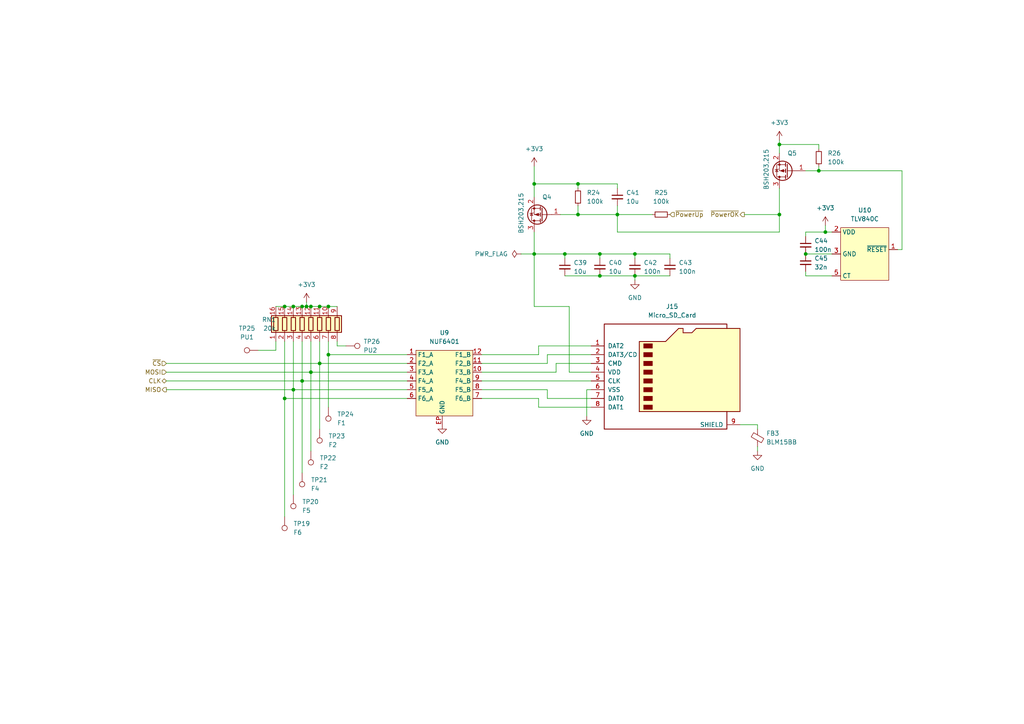
<source format=kicad_sch>
(kicad_sch (version 20211123) (generator eeschema)
  (paper "A4")
  (lib_symbols
    (symbol "Connector:Micro_SD_Card" (pin_names (offset 1.016))
      (property "Reference" "J" (at -16.51 15.24 0))
      (property "Value" "Micro_SD_Card" (at 16.51 15.24 0))
      (symbol "Micro_SD_Card_0_1"
        (rectangle (start -7.62 -9.525) (end -5.08 -10.795) (fill (type outline)))
        (rectangle (start -7.62 -6.985) (end -5.08 -8.255) (fill (type outline)))
        (rectangle (start -7.62 -4.445) (end -5.08 -5.715) (fill (type outline)))
        (rectangle (start -7.62 -1.905) (end -5.08 -3.175) (fill (type outline)))
        (rectangle (start -7.62 0.635) (end -5.08 -0.635) (fill (type outline)))
        (rectangle (start -7.62 3.175) (end -5.08 1.905) (fill (type outline)))
        (rectangle (start -7.62 5.715) (end -5.08 4.445) (fill (type outline)))
        (rectangle (start -7.62 8.255) (end -5.08 6.985) (fill (type outline)))
        (polyline (pts (xy 16.51 12.7) (xy 16.51 13.97) (xy -19.05 13.97) (xy -19.05 -16.51) (xy 16.51 -16.51) (xy 16.51 -11.43)) (stroke (width 0.254)))
        (polyline (pts (xy -8.89 -11.43) (xy -8.89 8.89) (xy -1.27 8.89) (xy 2.54 12.7) (xy 3.81 12.7) (xy 3.81 11.43) (xy 6.35 11.43) (xy 7.62 12.7) (xy 20.32 12.7) (xy 20.32 -11.43) (xy -8.89 -11.43)) (stroke (width 0.254)) (fill (type background)))
      )
      (symbol "Micro_SD_Card_1_1"
        (pin bidirectional line (at -22.86 7.62 0) (length 3.81) (name "DAT2") (number "1"))
        (pin bidirectional line (at -22.86 5.08 0) (length 3.81) (name "DAT3/CD") (number "2"))
        (pin input line (at -22.86 2.54 0) (length 3.81) (name "CMD") (number "3"))
        (pin power_in line (at -22.86 0 0) (length 3.81) (name "VDD") (number "4"))
        (pin input line (at -22.86 -2.54 0) (length 3.81) (name "CLK") (number "5"))
        (pin power_in line (at -22.86 -5.08 0) (length 3.81) (name "VSS") (number "6"))
        (pin bidirectional line (at -22.86 -7.62 0) (length 3.81) (name "DAT0") (number "7"))
        (pin bidirectional line (at -22.86 -10.16 0) (length 3.81) (name "DAT1") (number "8"))
        (pin passive line (at 20.32 -15.24 180) (length 3.81) (name "SHIELD") (number "9"))
      )
    )
    (symbol "Connector:TestPoint" (pin_numbers hide) (pin_names (offset 0.762) hide)
      (property "Reference" "TP" (at 0 6.858 0))
      (property "Value" "TestPoint" (at 0 5.08 0))
      (symbol "TestPoint_0_1"
        (circle (center 0 3.302) (radius 0.762))
      )
      (symbol "TestPoint_1_1"
        (pin passive line (at 0 0 90) (length 2.54) (name "1") (number "1"))
      )
    )
    (symbol "Device:C_Small" (pin_numbers hide) (pin_names (offset 0.254) hide)
      (property "Reference" "C" (at 0.254 1.778 0))
      (property "Value" "C_Small" (at 0.254 -2.032 0))
      (symbol "C_Small_0_1"
        (polyline (pts (xy -1.524 -0.508) (xy 1.524 -0.508)) (stroke (width 0.3302)))
        (polyline (pts (xy -1.524 0.508) (xy 1.524 0.508)) (stroke (width 0.3048)))
      )
      (symbol "C_Small_1_1"
        (pin passive line (at 0 2.54 270) (length 2.032) (name "~") (number "1"))
        (pin passive line (at 0 -2.54 90) (length 2.032) (name "~") (number "2"))
      )
    )
    (symbol "Device:FerriteBead_Small" (pin_numbers hide) (pin_names (offset 0))
      (property "Reference" "FB" (at 1.905 1.27 0))
      (property "Value" "FerriteBead_Small" (at 1.905 -1.27 0))
      (symbol "FerriteBead_Small_0_1"
        (polyline (pts (xy 0 -1.27) (xy 0 -0.7874)))
        (polyline (pts (xy 0 0.889) (xy 0 1.2954)))
        (polyline (pts (xy -1.8288 0.2794) (xy -1.1176 1.4986) (xy 1.8288 -0.2032) (xy 1.1176 -1.4224) (xy -1.8288 0.2794)))
      )
      (symbol "FerriteBead_Small_1_1"
        (pin passive line (at 0 2.54 270) (length 1.27) (name "~") (number "1"))
        (pin passive line (at 0 -2.54 90) (length 1.27) (name "~") (number "2"))
      )
    )
    (symbol "Device:Q_PMOS_GSD" (pin_names (offset 0) hide)
      (property "Reference" "Q" (at 5.08 1.27 0))
      (property "Value" "Q_PMOS_GSD" (at 5.08 -1.27 0))
      (symbol "Q_PMOS_GSD_0_1"
        (polyline (pts (xy 0.254 0) (xy -2.54 0)))
        (polyline (pts (xy 0.254 1.905) (xy 0.254 -1.905)) (stroke (width 0.254)))
        (polyline (pts (xy 0.762 -1.27) (xy 0.762 -2.286)) (stroke (width 0.254)))
        (polyline (pts (xy 0.762 0.508) (xy 0.762 -0.508)) (stroke (width 0.254)))
        (polyline (pts (xy 0.762 2.286) (xy 0.762 1.27)) (stroke (width 0.254)))
        (polyline (pts (xy 2.54 2.54) (xy 2.54 1.778)))
        (polyline (pts (xy 2.54 -2.54) (xy 2.54 0) (xy 0.762 0)))
        (polyline (pts (xy 0.762 1.778) (xy 3.302 1.778) (xy 3.302 -1.778) (xy 0.762 -1.778)))
        (polyline (pts (xy 2.286 0) (xy 1.27 0.381) (xy 1.27 -0.381) (xy 2.286 0)) (fill (type outline)))
        (polyline (pts (xy 2.794 -0.508) (xy 2.921 -0.381) (xy 3.683 -0.381) (xy 3.81 -0.254)))
        (polyline (pts (xy 3.302 -0.381) (xy 2.921 0.254) (xy 3.683 0.254) (xy 3.302 -0.381)))
        (circle (center 1.651 0) (radius 2.794) (stroke (width 0.254)))
        (circle (center 2.54 -1.778) (radius 0.254) (fill (type outline)))
        (circle (center 2.54 1.778) (radius 0.254) (fill (type outline)))
      )
      (symbol "Q_PMOS_GSD_1_1"
        (pin input line (at -5.08 0 0) (length 2.54) (name "G") (number "1"))
        (pin passive line (at 2.54 -5.08 90) (length 2.54) (name "S") (number "2"))
        (pin passive line (at 2.54 5.08 270) (length 2.54) (name "D") (number "3"))
      )
    )
    (symbol "Device:R_Pack08" (pin_names (offset 0) hide)
      (property "Reference" "RN" (at -12.7 0 90))
      (property "Value" "R_Pack08" (at 10.16 0 90))
      (symbol "R_Pack08_0_1"
        (rectangle (start -11.43 -2.413) (end 8.89 2.413) (stroke (width 0.254)) (fill (type background)))
        (rectangle (start -10.795 1.905) (end -9.525 -1.905) (stroke (width 0.254)))
        (rectangle (start -8.255 1.905) (end -6.985 -1.905) (stroke (width 0.254)))
        (rectangle (start -5.715 1.905) (end -4.445 -1.905) (stroke (width 0.254)))
        (rectangle (start -3.175 1.905) (end -1.905 -1.905) (stroke (width 0.254)))
        (rectangle (start -0.635 1.905) (end 0.635 -1.905) (stroke (width 0.254)))
        (polyline (pts (xy -10.16 -2.54) (xy -10.16 -1.905)))
        (polyline (pts (xy -10.16 1.905) (xy -10.16 2.54)))
        (polyline (pts (xy -7.62 -2.54) (xy -7.62 -1.905)))
        (polyline (pts (xy -7.62 1.905) (xy -7.62 2.54)))
        (polyline (pts (xy -5.08 -2.54) (xy -5.08 -1.905)))
        (polyline (pts (xy -5.08 1.905) (xy -5.08 2.54)))
        (polyline (pts (xy -2.54 -2.54) (xy -2.54 -1.905)))
        (polyline (pts (xy -2.54 1.905) (xy -2.54 2.54)))
        (polyline (pts (xy 0 -2.54) (xy 0 -1.905)))
        (polyline (pts (xy 0 1.905) (xy 0 2.54)))
        (polyline (pts (xy 2.54 -2.54) (xy 2.54 -1.905)))
        (polyline (pts (xy 2.54 1.905) (xy 2.54 2.54)))
        (polyline (pts (xy 5.08 -2.54) (xy 5.08 -1.905)))
        (polyline (pts (xy 5.08 1.905) (xy 5.08 2.54)))
        (polyline (pts (xy 7.62 -2.54) (xy 7.62 -1.905)))
        (polyline (pts (xy 7.62 1.905) (xy 7.62 2.54)))
        (rectangle (start 1.905 1.905) (end 3.175 -1.905) (stroke (width 0.254)))
        (rectangle (start 4.445 1.905) (end 5.715 -1.905) (stroke (width 0.254)))
        (rectangle (start 6.985 1.905) (end 8.255 -1.905) (stroke (width 0.254)))
      )
      (symbol "R_Pack08_1_1"
        (pin passive line (at -10.16 -5.08 90) (length 2.54) (name "R1.1") (number "1"))
        (pin passive line (at 5.08 5.08 270) (length 2.54) (name "R7.2") (number "10"))
        (pin passive line (at 2.54 5.08 270) (length 2.54) (name "R6.2") (number "11"))
        (pin passive line (at 0 5.08 270) (length 2.54) (name "R5.2") (number "12"))
        (pin passive line (at -2.54 5.08 270) (length 2.54) (name "R4.2") (number "13"))
        (pin passive line (at -5.08 5.08 270) (length 2.54) (name "R3.2") (number "14"))
        (pin passive line (at -7.62 5.08 270) (length 2.54) (name "R2.2") (number "15"))
        (pin passive line (at -10.16 5.08 270) (length 2.54) (name "R1.2") (number "16"))
        (pin passive line (at -7.62 -5.08 90) (length 2.54) (name "R2.1") (number "2"))
        (pin passive line (at -5.08 -5.08 90) (length 2.54) (name "R3.1") (number "3"))
        (pin passive line (at -2.54 -5.08 90) (length 2.54) (name "R4.1") (number "4"))
        (pin passive line (at 0 -5.08 90) (length 2.54) (name "R5.1") (number "5"))
        (pin passive line (at 2.54 -5.08 90) (length 2.54) (name "R6.1") (number "6"))
        (pin passive line (at 5.08 -5.08 90) (length 2.54) (name "R7.1") (number "7"))
        (pin passive line (at 7.62 -5.08 90) (length 2.54) (name "R8.1") (number "8"))
        (pin passive line (at 7.62 5.08 270) (length 2.54) (name "R8.2") (number "9"))
      )
    )
    (symbol "Device:R_Small" (pin_numbers hide) (pin_names (offset 0.254) hide)
      (property "Reference" "R" (at 0.762 0.508 0))
      (property "Value" "R_Small" (at 0.762 -1.016 0))
      (symbol "R_Small_0_1"
        (rectangle (start -0.762 1.778) (end 0.762 -1.778) (stroke (width 0.2032)))
      )
      (symbol "R_Small_1_1"
        (pin passive line (at 0 2.54 270) (length 0.762) (name "~") (number "1"))
        (pin passive line (at 0 -2.54 90) (length 0.762) (name "~") (number "2"))
      )
    )
    (symbol "ownLib:NUF6401"
      (property "Reference" "U" (at 0 8.89 0))
      (property "Value" "NUF6401" (at 0 8.89 0))
      (symbol "NUF6401_0_0"
        (pin bidirectional line (at -11.43 6.35 0) (length 2.54) (name "F1_A") (number "1"))
        (pin bidirectional line (at 10.16 1.27 180) (length 2.54) (name "F3_B") (number "10"))
        (pin bidirectional line (at 10.16 3.81 180) (length 2.54) (name "F2_B") (number "11"))
        (pin bidirectional line (at 10.16 6.35 180) (length 2.54) (name "F1_B") (number "12"))
        (pin bidirectional line (at -11.43 3.81 0) (length 2.54) (name "F2_A") (number "2"))
        (pin bidirectional line (at -11.43 1.27 0) (length 2.54) (name "F3_A") (number "3"))
        (pin bidirectional line (at -11.43 -1.27 0) (length 2.54) (name "F4_A") (number "4"))
        (pin bidirectional line (at -11.43 -3.81 0) (length 2.54) (name "F5_A") (number "5"))
        (pin bidirectional line (at -11.43 -6.35 0) (length 2.54) (name "F6_A") (number "6"))
        (pin bidirectional line (at 10.16 -6.35 180) (length 2.54) (name "F6_B") (number "7"))
        (pin bidirectional line (at 10.16 -3.81 180) (length 2.54) (name "F5_B") (number "8"))
        (pin bidirectional line (at 10.16 -1.27 180) (length 2.54) (name "F4_B") (number "9"))
        (pin power_in line (at -1.27 -13.97 90) (length 2.54) (name "GND") (number "EP"))
      )
      (symbol "NUF6401_0_1"
        (rectangle (start -8.89 7.62) (end 7.62 -11.43) (fill (type background)))
      )
    )
    (symbol "ownLib:TLV840C"
      (property "Reference" "U" (at -1.27 8.89 0))
      (property "Value" "TLV840C" (at -1.27 8.89 0))
      (symbol "TLV840C_0_0"
        (pin output line (at 8.89 0 180) (length 2.54) (name "~{RESET}") (number "1"))
        (pin power_in line (at -10.16 5.08 0) (length 2.54) (name "VDD") (number "2"))
        (pin power_out line (at -10.16 -1.27 0) (length 2.54) (name "GND") (number "3"))
        (pin no_connect line (at -1.27 2.54 90) (length 2.54) hide (name "NC") (number "4"))
        (pin passive line (at -10.16 -7.62 0) (length 2.54) (name "CT") (number "5"))
      )
      (symbol "TLV840C_0_1"
        (rectangle (start -7.62 6.35) (end 6.35 -8.89) (fill (type background)))
      )
    )
    (symbol "power:+3V3" (power) (pin_names (offset 0))
      (property "Value" "+3V3" (at 0 3.556 0))
      (symbol "+3V3_0_1"
        (polyline (pts (xy -0.762 1.27) (xy 0 2.54)))
        (polyline (pts (xy 0 0) (xy 0 2.54)))
        (polyline (pts (xy 0 2.54) (xy 0.762 1.27)))
      )
      (symbol "+3V3_1_1"
        (pin power_in line (at 0 0 90) (length 0) hide (name "+3V3") (number "1"))
      )
    )
    (symbol "power:GND" (power) (pin_names (offset 0))
      (property "Value" "GND" (at 0 -3.81 0))
      (symbol "GND_0_1"
        (polyline (pts (xy 0 0) (xy 0 -1.27) (xy 1.27 -1.27) (xy 0 -2.54) (xy -1.27 -1.27) (xy 0 -1.27)))
      )
      (symbol "GND_1_1"
        (pin power_in line (at 0 0 270) (length 0) hide (name "GND") (number "1"))
      )
    )
    (symbol "power:PWR_FLAG" (power) (pin_numbers hide) (pin_names (offset 0) hide)
      (property "Value" "PWR_FLAG" (at 0 3.81 0))
      (symbol "PWR_FLAG_0_0"
        (pin power_out line (at 0 0 90) (length 0) (name "pwr") (number "1"))
      )
      (symbol "PWR_FLAG_0_1"
        (polyline (pts (xy 0 0) (xy 0 1.27) (xy -1.016 1.905) (xy 0 2.54) (xy 1.016 1.905) (xy 0 1.27)))
      )
    )
  )
  (junction (at 90.17 88.9))
  (junction (at 239.395 67.31))
  (junction (at 87.63 110.49))
  (junction (at 92.71 105.41))
  (junction (at 173.99 73.66))
  (junction (at 184.15 80.01))
  (junction (at 179.07 62.23))
  (junction (at 88.9 88.9))
  (junction (at 92.71 88.9))
  (junction (at 167.64 53.34))
  (junction (at 163.83 73.66))
  (junction (at 87.63 88.9))
  (junction (at 237.49 49.53))
  (junction (at 154.94 53.34))
  (junction (at 85.09 88.9))
  (junction (at 90.17 107.95))
  (junction (at 233.68 73.66))
  (junction (at 82.55 88.9))
  (junction (at 226.06 41.91))
  (junction (at 85.09 113.03))
  (junction (at 154.94 73.66))
  (junction (at 95.25 88.9))
  (junction (at 95.25 102.87))
  (junction (at 184.15 73.66))
  (junction (at 167.64 62.23))
  (junction (at 82.55 115.57))
  (junction (at 173.99 80.01))
  (junction (at 226.06 62.23))
  (wire (pts (xy 87.63 88.9) (xy 88.9 88.9)))
  (wire (pts (xy 219.71 123.19) (xy 219.71 124.46)))
  (wire (pts (xy 167.64 54.61) (xy 167.64 53.34)))
  (wire (pts (xy 82.55 115.57) (xy 118.11 115.57)))
  (wire (pts (xy 48.26 105.41) (xy 92.71 105.41)))
  (wire (pts (xy 90.17 88.9) (xy 92.71 88.9)))
  (wire (pts (xy 233.68 73.66) (xy 241.3 73.66)))
  (wire (pts (xy 88.9 88.9) (xy 90.17 88.9)))
  (wire (pts (xy 85.09 113.03) (xy 118.11 113.03)))
  (wire (pts (xy 173.99 80.01) (xy 184.15 80.01)))
  (wire (pts (xy 158.75 105.41) (xy 158.75 102.87)))
  (wire (pts (xy 179.07 62.23) (xy 189.23 62.23)))
  (wire (pts (xy 48.26 110.49) (xy 87.63 110.49)))
  (wire (pts (xy 165.1 107.95) (xy 165.1 88.9)))
  (wire (pts (xy 82.55 99.06) (xy 82.55 115.57)))
  (wire (pts (xy 173.99 74.93) (xy 173.99 73.66)))
  (wire (pts (xy 167.64 53.34) (xy 154.94 53.34)))
  (wire (pts (xy 48.26 113.03) (xy 85.09 113.03)))
  (wire (pts (xy 194.31 73.66) (xy 184.15 73.66)))
  (wire (pts (xy 215.9 62.23) (xy 226.06 62.23)))
  (wire (pts (xy 154.94 88.9) (xy 154.94 73.66)))
  (wire (pts (xy 82.55 88.9) (xy 85.09 88.9)))
  (wire (pts (xy 226.06 67.31) (xy 179.07 67.31)))
  (wire (pts (xy 156.21 100.33) (xy 156.21 102.87)))
  (wire (pts (xy 87.63 99.06) (xy 87.63 110.49)))
  (wire (pts (xy 226.06 40.64) (xy 226.06 41.91)))
  (wire (pts (xy 139.7 110.49) (xy 171.45 110.49)))
  (wire (pts (xy 154.94 67.31) (xy 154.94 73.66)))
  (wire (pts (xy 92.71 105.41) (xy 92.71 124.46)))
  (wire (pts (xy 139.7 105.41) (xy 158.75 105.41)))
  (wire (pts (xy 158.75 113.03) (xy 139.7 113.03)))
  (wire (pts (xy 260.35 72.39) (xy 261.62 72.39)))
  (wire (pts (xy 219.71 129.54) (xy 219.71 130.81)))
  (wire (pts (xy 90.17 99.06) (xy 90.17 107.95)))
  (wire (pts (xy 226.06 41.91) (xy 226.06 44.45)))
  (wire (pts (xy 161.29 105.41) (xy 161.29 107.95)))
  (wire (pts (xy 95.25 102.87) (xy 118.11 102.87)))
  (wire (pts (xy 162.56 62.23) (xy 167.64 62.23)))
  (wire (pts (xy 237.49 48.26) (xy 237.49 49.53)))
  (wire (pts (xy 233.68 67.31) (xy 239.395 67.31)))
  (wire (pts (xy 173.99 73.66) (xy 184.15 73.66)))
  (wire (pts (xy 233.68 80.01) (xy 241.3 80.01)))
  (wire (pts (xy 237.49 41.91) (xy 226.06 41.91)))
  (wire (pts (xy 194.31 74.93) (xy 194.31 73.66)))
  (wire (pts (xy 74.93 101.6) (xy 80.01 101.6)))
  (wire (pts (xy 170.18 113.03) (xy 171.45 113.03)))
  (wire (pts (xy 90.17 107.95) (xy 90.17 130.81)))
  (wire (pts (xy 171.45 105.41) (xy 161.29 105.41)))
  (wire (pts (xy 156.21 118.11) (xy 171.45 118.11)))
  (wire (pts (xy 95.25 88.9) (xy 97.79 88.9)))
  (wire (pts (xy 156.21 102.87) (xy 139.7 102.87)))
  (wire (pts (xy 239.395 67.31) (xy 241.3 67.31)))
  (wire (pts (xy 82.55 115.57) (xy 82.55 149.86)))
  (wire (pts (xy 92.71 105.41) (xy 118.11 105.41)))
  (wire (pts (xy 233.68 67.31) (xy 233.68 68.58)))
  (wire (pts (xy 154.94 48.26) (xy 154.94 53.34)))
  (wire (pts (xy 184.15 80.01) (xy 194.31 80.01)))
  (wire (pts (xy 85.09 88.9) (xy 87.63 88.9)))
  (wire (pts (xy 80.01 88.9) (xy 82.55 88.9)))
  (wire (pts (xy 92.71 99.06) (xy 92.71 105.41)))
  (wire (pts (xy 95.25 102.87) (xy 95.25 118.11)))
  (wire (pts (xy 214.63 123.19) (xy 219.71 123.19)))
  (wire (pts (xy 100.33 100.33) (xy 97.79 100.33)))
  (wire (pts (xy 179.07 54.61) (xy 179.07 53.34)))
  (wire (pts (xy 97.79 100.33) (xy 97.79 99.06)))
  (wire (pts (xy 237.49 43.18) (xy 237.49 41.91)))
  (wire (pts (xy 173.99 73.66) (xy 163.83 73.66)))
  (wire (pts (xy 151.13 73.66) (xy 154.94 73.66)))
  (wire (pts (xy 179.07 53.34) (xy 167.64 53.34)))
  (wire (pts (xy 161.29 107.95) (xy 139.7 107.95)))
  (wire (pts (xy 90.17 107.95) (xy 118.11 107.95)))
  (wire (pts (xy 171.45 115.57) (xy 158.75 115.57)))
  (wire (pts (xy 171.45 107.95) (xy 165.1 107.95)))
  (wire (pts (xy 179.07 59.69) (xy 179.07 62.23)))
  (wire (pts (xy 261.62 72.39) (xy 261.62 49.53)))
  (wire (pts (xy 171.45 100.33) (xy 156.21 100.33)))
  (wire (pts (xy 85.09 99.06) (xy 85.09 113.03)))
  (wire (pts (xy 226.06 62.23) (xy 226.06 67.31)))
  (wire (pts (xy 167.64 62.23) (xy 179.07 62.23)))
  (wire (pts (xy 226.06 54.61) (xy 226.06 62.23)))
  (wire (pts (xy 95.25 99.06) (xy 95.25 102.87)))
  (wire (pts (xy 154.94 73.66) (xy 163.83 73.66)))
  (wire (pts (xy 158.75 115.57) (xy 158.75 113.03)))
  (wire (pts (xy 163.83 80.01) (xy 173.99 80.01)))
  (wire (pts (xy 261.62 49.53) (xy 237.49 49.53)))
  (wire (pts (xy 167.64 62.23) (xy 167.64 59.69)))
  (wire (pts (xy 80.01 101.6) (xy 80.01 99.06)))
  (wire (pts (xy 170.18 120.65) (xy 170.18 113.03)))
  (wire (pts (xy 88.9 87.63) (xy 88.9 88.9)))
  (wire (pts (xy 179.07 67.31) (xy 179.07 62.23)))
  (wire (pts (xy 87.63 110.49) (xy 118.11 110.49)))
  (wire (pts (xy 156.21 115.57) (xy 156.21 118.11)))
  (wire (pts (xy 139.7 115.57) (xy 156.21 115.57)))
  (wire (pts (xy 154.94 53.34) (xy 154.94 57.15)))
  (wire (pts (xy 184.15 74.93) (xy 184.15 73.66)))
  (wire (pts (xy 239.395 65.405) (xy 239.395 67.31)))
  (wire (pts (xy 184.15 80.01) (xy 184.15 81.28)))
  (wire (pts (xy 87.63 110.49) (xy 87.63 137.16)))
  (wire (pts (xy 163.83 73.66) (xy 163.83 74.93)))
  (wire (pts (xy 233.68 78.74) (xy 233.68 80.01)))
  (wire (pts (xy 237.49 49.53) (xy 233.68 49.53)))
  (wire (pts (xy 158.75 102.87) (xy 171.45 102.87)))
  (wire (pts (xy 92.71 88.9) (xy 95.25 88.9)))
  (wire (pts (xy 165.1 88.9) (xy 154.94 88.9)))
  (wire (pts (xy 85.09 113.03) (xy 85.09 143.51)))
  (wire (pts (xy 48.26 107.95) (xy 90.17 107.95)))
  (hierarchical_label "CLK" (shape bidirectional) (at 48.26 110.49 180))
  (hierarchical_label "~{PowerUp}" (shape input) (at 194.31 62.23 0))
  (hierarchical_label "MOSI" (shape input) (at 48.26 107.95 180))
  (hierarchical_label "MISO" (shape output) (at 48.26 113.03 180))
  (hierarchical_label "~{CS}" (shape input) (at 48.26 105.41 180))
  (hierarchical_label "~{PowerOK}" (shape output) (at 215.9 62.23 180))
  (symbol (lib_id "Connector:Micro_SD_Card") (at 194.31 107.95 0) (unit 1)
    (property "Reference" "J15" (at 194.945 88.9 0))
    (property "Value" "Micro_SD_Card" (at 194.945 91.44 0))
    (property "Datasheet" "http://katalog.we-online.de/em/datasheet/693072010801.pdf" (effects hide))
  )
  (symbol (lib_id "power:+3V3") (at 239.395 65.405 0) (mirror y) (unit 1)
    (property "Reference" "#PWR062" (effects hide))
    (property "Value" "+3V3" (at 239.395 60.325 0))
  )
  (symbol (lib_id "power:GND") (at 184.15 81.28 0) (unit 1)
    (property "Reference" "#PWR059" (effects hide))
    (property "Value" "GND" (at 184.15 86.36 0))
  )
  (symbol (lib_id "Connector:TestPoint") (at 85.09 143.51 180) (unit 1)
    (property "Reference" "TP20" (at 87.63 145.5419 0) (effects (justify right)))
    (property "Value" "F5" (at 87.63 148.0819 0) (effects (justify right)))
  )
  (symbol (lib_id "Device:C_Small") (at 184.15 77.47 0) (unit 1)
    (property "Reference" "C42" (at 186.69 76.2062 0) (effects (justify left)))
    (property "Value" "100n" (at 186.69 78.7462 0) (effects (justify left)))
  )
  (symbol (lib_id "Device:R_Small") (at 167.64 57.15 0) (unit 1)
    (property "Reference" "R24" (at 170.18 55.8799 0) (effects (justify left)))
    (property "Value" "100k" (at 170.18 58.4199 0) (effects (justify left)))
  )
  (symbol (lib_id "Connector:TestPoint") (at 90.17 130.81 180) (unit 1)
    (property "Reference" "TP22" (at 92.71 132.8419 0) (effects (justify right)))
    (property "Value" "F2" (at 92.71 135.3819 0) (effects (justify right)))
  )
  (symbol (lib_id "power:+3V3") (at 154.94 48.26 0) (mirror y) (unit 1)
    (property "Reference" "#PWR057" (effects hide))
    (property "Value" "+3V3" (at 154.94 43.18 0))
  )
  (symbol (lib_id "Device:R_Small") (at 191.77 62.23 90) (unit 1)
    (property "Reference" "R25" (at 191.77 55.88 90))
    (property "Value" "100k" (at 191.77 58.42 90))
  )
  (symbol (lib_id "Device:R_Pack08") (at 90.17 93.98 0) (unit 1)
    (property "Reference" "RN1" (at 80.01 92.7099 0) (effects (justify right)))
    (property "Value" "20k" (at 80.01 95.2499 0) (effects (justify right)))
  )
  (symbol (lib_id "Connector:TestPoint") (at 100.33 100.33 270) (unit 1)
    (property "Reference" "TP26" (at 105.41 99.0599 90) (effects (justify left)))
    (property "Value" "PU2" (at 105.41 101.5999 90) (effects (justify left)))
  )
  (symbol (lib_id "Device:R_Small") (at 237.49 45.72 180) (unit 1)
    (property "Reference" "R26" (at 240.03 44.4499 0) (effects (justify right)))
    (property "Value" "100k" (at 240.03 46.9899 0) (effects (justify right)))
  )
  (symbol (lib_id "Device:C_Small") (at 233.68 76.2 0) (unit 1)
    (property "Reference" "C45" (at 236.22 74.9362 0) (effects (justify left)))
    (property "Value" "32n" (at 236.22 77.4762 0) (effects (justify left)))
  )
  (symbol (lib_id "Device:Q_PMOS_GSD") (at 228.6 49.53 180) (unit 1)
    (property "Reference" "Q5" (at 231.14 44.4501 0) (effects (justify left)))
    (property "Value" "BSH203,215" (at 222.25 43.1801 90) (effects (justify left)))
    (property "Footprint" "Package_TO_SOT_SMD:SOT-23" (effects hide))
    (property "MOUSER_NO" "771-BSH203215" (effects hide))
  )
  (symbol (lib_id "ownLib:NUF6401") (at 129.54 109.22 0) (unit 1)
    (property "Reference" "U9" (at 128.905 96.52 0))
    (property "Value" "NUF6401" (at 128.905 99.06 0))
  )
  (symbol (lib_id "Connector:TestPoint") (at 87.63 137.16 180) (unit 1)
    (property "Reference" "TP21" (at 90.17 139.1919 0) (effects (justify right)))
    (property "Value" "F4" (at 90.17 141.7319 0) (effects (justify right)))
    (property "Footprint" "F3" (effects hide))
  )
  (symbol (lib_id "power:GND") (at 219.71 130.81 0) (unit 1)
    (property "Reference" "#PWR060" (effects hide))
    (property "Value" "GND" (at 219.71 135.89 0))
  )
  (symbol (lib_id "power:+3V3") (at 88.9 87.63 0) (unit 1)
    (property "Reference" "#PWR055" (effects hide))
    (property "Value" "+3V3" (at 88.9 82.55 0))
  )
  (symbol (lib_id "Device:C_Small") (at 173.99 77.47 0) (unit 1)
    (property "Reference" "C40" (at 176.53 76.2062 0) (effects (justify left)))
    (property "Value" "10u" (at 176.53 78.7462 0) (effects (justify left)))
  )
  (symbol (lib_id "Connector:TestPoint") (at 95.25 118.11 180) (unit 1)
    (property "Reference" "TP24" (at 97.79 120.1419 0) (effects (justify right)))
    (property "Value" "F1" (at 97.79 122.6819 0) (effects (justify right)))
  )
  (symbol (lib_id "Device:FerriteBead_Small") (at 219.71 127 0) (unit 1)
    (property "Reference" "FB3" (at 222.25 125.6918 0) (effects (justify left)))
    (property "Value" "BLM15BB" (at 222.25 128.2318 0) (effects (justify left)))
  )
  (symbol (lib_id "Device:C_Small") (at 163.83 77.47 0) (unit 1)
    (property "Reference" "C39" (at 166.37 76.2062 0) (effects (justify left)))
    (property "Value" "10u" (at 166.37 78.7462 0) (effects (justify left)))
  )
  (symbol (lib_id "Device:C_Small") (at 194.31 77.47 0) (unit 1)
    (property "Reference" "C43" (at 196.85 76.2062 0) (effects (justify left)))
    (property "Value" "100n" (at 196.85 78.7462 0) (effects (justify left)))
  )
  (symbol (lib_id "Device:C_Small") (at 179.07 57.15 0) (unit 1)
    (property "Reference" "C41" (at 181.61 55.8862 0) (effects (justify left)))
    (property "Value" "10u" (at 181.61 58.4262 0) (effects (justify left)))
  )
  (symbol (lib_id "Connector:TestPoint") (at 74.93 101.6 90) (unit 1)
    (property "Reference" "TP25" (at 71.628 95.25 90))
    (property "Value" "PU1" (at 71.628 97.79 90))
  )
  (symbol (lib_id "power:PWR_FLAG") (at 151.13 73.66 90) (unit 1)
    (property "Reference" "#FLG0107" (effects hide))
    (property "Value" "PWR_FLAG" (at 147.32 73.6599 90) (effects (justify left)))
  )
  (symbol (lib_id "Device:Q_PMOS_GSD") (at 157.48 62.23 180) (unit 1)
    (property "Reference" "Q4" (at 160.02 57.1501 0) (effects (justify left)))
    (property "Value" "BSH203,215" (at 151.13 55.8801 90) (effects (justify left)))
    (property "Footprint" "Package_TO_SOT_SMD:SOT-23" (effects hide))
    (property "MOUSER_NO" "771-BSH203215" (effects hide))
  )
  (symbol (lib_id "Connector:TestPoint") (at 92.71 124.46 180) (unit 1)
    (property "Reference" "TP23" (at 95.25 126.4919 0) (effects (justify right)))
    (property "Value" "F2" (at 95.25 129.0319 0) (effects (justify right)))
  )
  (symbol (lib_id "ownLib:TLV840C") (at 251.46 72.39 0) (unit 1)
    (property "Reference" "U10" (at 250.825 60.96 0))
    (property "Value" "TLV840C" (at 250.825 63.5 0))
  )
  (symbol (lib_id "power:GND") (at 170.18 120.65 0) (unit 1)
    (property "Reference" "#PWR058" (effects hide))
    (property "Value" "GND" (at 170.18 125.73 0))
  )
  (symbol (lib_id "Device:C_Small") (at 233.68 71.12 0) (unit 1)
    (property "Reference" "C44" (at 236.22 69.8562 0) (effects (justify left)))
    (property "Value" "100n" (at 236.22 72.3962 0) (effects (justify left)))
  )
  (symbol (lib_id "power:GND") (at 128.27 123.19 0) (unit 1)
    (property "Reference" "#PWR056" (effects hide))
    (property "Value" "GND" (at 128.27 128.27 0))
  )
  (symbol (lib_id "power:+3V3") (at 226.06 40.64 0) (mirror y) (unit 1)
    (property "Reference" "#PWR061" (effects hide))
    (property "Value" "+3V3" (at 226.06 35.56 0))
  )
  (symbol (lib_id "Connector:TestPoint") (at 82.55 149.86 180) (unit 1)
    (property "Reference" "TP19" (at 85.09 151.8919 0) (effects (justify right)))
    (property "Value" "F6" (at 85.09 154.4319 0) (effects (justify right)))
  )
)
</source>
